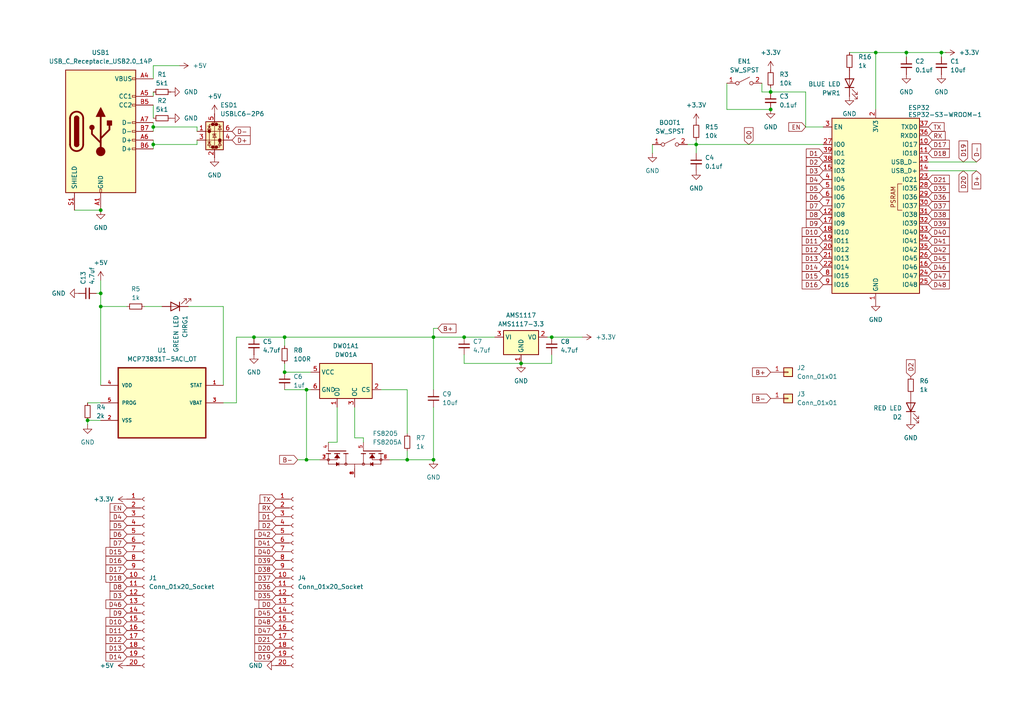
<source format=kicad_sch>
(kicad_sch (version 20231120) (generator "eeschema") (generator_version "8.0")
  (paper "A4")
  (lib_symbols
    (symbol "Battery_Management:DW01A"
      (property "Reference" "U" (at -6.604 6.35 0))
      (property "Value" "DW01A" (at 4.318 6.604 0))
      (symbol "DW01A_0_1"
        (pin output line (at -2.54 -7.62 90) (length 2.54) (name "OD") (number "1"))
        (pin input line (at 10.16 -2.54 180) (length 2.54) (name "CS") (number "2"))
        (pin output line (at 2.54 -7.62 90) (length 2.54) (name "OC") (number "3"))
        (pin power_in line (at -10.16 2.54 0) (length 2.54) (name "VCC") (number "5"))
        (pin power_in line (at -10.16 -2.54 0) (length 2.54) (name "GND") (number "6"))
      )
      (symbol "DW01A_1_1"
        (pin no_connect line (at 10.16 2.54 180) (length 2.54) hide (name "TD") (number "4"))
      )
    )
    (symbol "Connector:Conn_01x20_Socket" (pin_names (offset 1.016) hide)
      (property "Reference" "J" (at 0 25.4 0))
      (property "Value" "Conn_01x20_Socket" (at 0 -27.94 0))
      (symbol "Conn_01x20_Socket_1_1"
        (pin passive line (at -5.08 22.86 0) (length 3.81) (name "Pin_1") (number "1"))
        (pin passive line (at -5.08 0 0) (length 3.81) (name "Pin_10") (number "10"))
        (pin passive line (at -5.08 -2.54 0) (length 3.81) (name "Pin_11") (number "11"))
        (pin passive line (at -5.08 -5.08 0) (length 3.81) (name "Pin_12") (number "12"))
        (pin passive line (at -5.08 -7.62 0) (length 3.81) (name "Pin_13") (number "13"))
        (pin passive line (at -5.08 -10.16 0) (length 3.81) (name "Pin_14") (number "14"))
        (pin passive line (at -5.08 -12.7 0) (length 3.81) (name "Pin_15") (number "15"))
        (pin passive line (at -5.08 -15.24 0) (length 3.81) (name "Pin_16") (number "16"))
        (pin passive line (at -5.08 -17.78 0) (length 3.81) (name "Pin_17") (number "17"))
        (pin passive line (at -5.08 -20.32 0) (length 3.81) (name "Pin_18") (number "18"))
        (pin passive line (at -5.08 -22.86 0) (length 3.81) (name "Pin_19") (number "19"))
        (pin passive line (at -5.08 20.32 0) (length 3.81) (name "Pin_2") (number "2"))
        (pin passive line (at -5.08 -25.4 0) (length 3.81) (name "Pin_20") (number "20"))
        (pin passive line (at -5.08 17.78 0) (length 3.81) (name "Pin_3") (number "3"))
        (pin passive line (at -5.08 15.24 0) (length 3.81) (name "Pin_4") (number "4"))
        (pin passive line (at -5.08 12.7 0) (length 3.81) (name "Pin_5") (number "5"))
        (pin passive line (at -5.08 10.16 0) (length 3.81) (name "Pin_6") (number "6"))
        (pin passive line (at -5.08 7.62 0) (length 3.81) (name "Pin_7") (number "7"))
        (pin passive line (at -5.08 5.08 0) (length 3.81) (name "Pin_8") (number "8"))
        (pin passive line (at -5.08 2.54 0) (length 3.81) (name "Pin_9") (number "9"))
      )
    )
    (symbol "Connector:USB_C_Receptacle_USB2.0_14P" (pin_names (offset 1.016))
      (property "Reference" "J" (at 0 22.225 0))
      (property "Value" "USB_C_Receptacle_USB2.0_14P" (at 0 19.685 0))
      (symbol "USB_C_Receptacle_USB2.0_14P_1_1"
        (pin passive line (at 0 -22.86 90) (length 5.08) (name "GND") (number "A1"))
        (pin passive line (at 0 -22.86 90) (length 5.08) hide (name "GND") (number "A12"))
        (pin passive line (at 15.24 15.24 180) (length 5.08) (name "VBUS") (number "A4"))
        (pin bidirectional line (at 15.24 10.16 180) (length 5.08) (name "CC1") (number "A5"))
        (pin bidirectional line (at 15.24 -2.54 180) (length 5.08) (name "D+") (number "A6"))
        (pin bidirectional line (at 15.24 2.54 180) (length 5.08) (name "D-") (number "A7"))
        (pin passive line (at 15.24 15.24 180) (length 5.08) hide (name "VBUS") (number "A9"))
        (pin passive line (at 0 -22.86 90) (length 5.08) hide (name "GND") (number "B1"))
        (pin passive line (at 0 -22.86 90) (length 5.08) hide (name "GND") (number "B12"))
        (pin passive line (at 15.24 15.24 180) (length 5.08) hide (name "VBUS") (number "B4"))
        (pin bidirectional line (at 15.24 7.62 180) (length 5.08) (name "CC2") (number "B5"))
        (pin bidirectional line (at 15.24 -5.08 180) (length 5.08) (name "D+") (number "B6"))
        (pin bidirectional line (at 15.24 0 180) (length 5.08) (name "D-") (number "B7"))
        (pin passive line (at 15.24 15.24 180) (length 5.08) hide (name "VBUS") (number "B9"))
        (pin passive line (at -7.62 -22.86 90) (length 5.08) (name "SHIELD") (number "S1"))
      )
    )
    (symbol "Connector_Generic:Conn_01x01" (pin_names (offset 1.016) hide)
      (property "Reference" "J" (at 0 2.54 0))
      (property "Value" "Conn_01x01" (at 0 -2.54 0))
      (symbol "Conn_01x01_1_1"
        (pin passive line (at -5.08 0 0) (length 3.81) (name "Pin_1") (number "1"))
      )
    )
    (symbol "Device:C_Small" (pin_numbers hide) (pin_names (offset 0.254) hide)
      (property "Reference" "C" (at 0.254 1.778 0))
      (property "Value" "C_Small" (at 0.254 -2.032 0))
      (symbol "C_Small_1_1"
        (pin passive line (at 0 2.54 270) (length 2.032) (name "~") (number "1"))
        (pin passive line (at 0 -2.54 90) (length 2.032) (name "~") (number "2"))
      )
    )
    (symbol "Device:LED" (pin_numbers hide) (pin_names (offset 1.016) hide)
      (property "Reference" "D" (at 0 2.54 0))
      (property "Value" "LED" (at 0 -2.54 0))
      (symbol "LED_1_1"
        (pin passive line (at -3.81 0 0) (length 2.54) (name "K") (number "1"))
        (pin passive line (at 3.81 0 180) (length 2.54) (name "A") (number "2"))
      )
    )
    (symbol "Device:R_Small" (pin_numbers hide) (pin_names (offset 0.254) hide)
      (property "Reference" "R" (at 0.762 0.508 0))
      (property "Value" "R_Small" (at 0.762 -1.016 0))
      (symbol "R_Small_1_1"
        (pin passive line (at 0 2.54 270) (length 0.762) (name "~") (number "1"))
        (pin passive line (at 0 -2.54 90) (length 0.762) (name "~") (number "2"))
      )
    )
    (symbol "FS8205A:FS8205A" (pin_names (offset 1.016))
      (property "Reference" "Q" (at -11.43 7.62 0))
      (property "Value" "FS8205A" (at -11.43 -12.7 0))
      (symbol "FS8205A_0_0"
        (pin passive line (at 5.08 0 180) (length 2.54) (name "~") (number "1"))
        (pin passive line (at 0 -10.16 90) (length 2.54) (name "~") (number "2"))
        (pin passive line (at 0 -10.16 90) (length 2.54) (name "~") (number "3"))
        (pin passive line (at -5.08 -7.62 0) (length 2.54) (name "~") (number "4"))
        (pin passive line (at -5.08 2.54 0) (length 2.54) (name "~") (number "5"))
        (pin passive line (at 0 10.16 270) (length 2.54) (name "~") (number "6"))
        (pin passive line (at 0 10.16 270) (length 2.54) (name "~") (number "7"))
        (pin passive line (at 5.08 0 180) (length 2.54) (name "~") (number "8"))
      )
    )
    (symbol "MCP73831T-5ACI_OT:MCP73831T-5ACI_OT" (pin_names (offset 1.016))
      (property "Reference" "U" (at -4.1224 10.077 0))
      (property "Value" "MCP73831T-5ACI_OT" (at -5.9587 -17.2139 0))
      (symbol "MCP73831T-5ACI_OT_0_0"
        (pin output line (at 17.78 2.54 180) (length 5.08) (name "STAT") (number "1"))
        (pin power_in line (at -17.78 -7.62 0) (length 5.08) (name "VSS") (number "2"))
        (pin output line (at 17.78 -2.54 180) (length 5.08) (name "VBAT") (number "3"))
        (pin power_in line (at -17.78 2.54 0) (length 5.08) (name "VDD") (number "4"))
        (pin input line (at -17.78 -2.54 0) (length 5.08) (name "PROG") (number "5"))
      )
    )
    (symbol "Power_Protection:USBLC6-2P6" (pin_names hide)
      (property "Reference" "U" (at 0.635 5.715 0))
      (property "Value" "USBLC6-2P6" (at 0.635 3.81 0))
      (symbol "USBLC6-2P6_1_1"
        (pin passive line (at -5.08 0 0) (length 2.54) (name "I/O1") (number "1"))
        (pin passive line (at 0 -7.62 90) (length 2.54) (name "GND") (number "2"))
        (pin passive line (at -5.08 -2.54 0) (length 2.54) (name "I/O2") (number "3"))
        (pin passive line (at 5.08 -2.54 180) (length 2.54) (name "I/O2") (number "4"))
        (pin passive line (at 0 5.08 270) (length 2.54) (name "VBUS") (number "5"))
        (pin passive line (at 5.08 0 180) (length 2.54) (name "I/O1") (number "6"))
      )
    )
    (symbol "RF_Module:ESP32-S3-WROOM-1"
      (property "Reference" "U" (at -12.7 26.67 0))
      (property "Value" "ESP32-S3-WROOM-1" (at 12.7 26.67 0))
      (symbol "ESP32-S3-WROOM-1_0_0"
        (text "PSRAM" (at 5.08 2.54 900) (effects (font (size 1.27 1.27))))
      )
      (symbol "ESP32-S3-WROOM-1_1_1"
        (pin power_in line (at 0 -27.94 90) (length 2.54) (name "GND") (number "1"))
        (pin bidirectional line (at 15.24 17.78 180) (length 2.54) (name "IO17") (number "10"))
        (pin bidirectional line (at 15.24 15.24 180) (length 2.54) (name "IO18") (number "11"))
        (pin bidirectional line (at -15.24 -2.54 0) (length 2.54) (name "IO8") (number "12"))
        (pin bidirectional line (at 15.24 12.7 180) (length 2.54) (name "USB_D-") (number "13"))
        (pin bidirectional line (at 15.24 10.16 180) (length 2.54) (name "USB_D+") (number "14"))
        (pin bidirectional line (at -15.24 10.16 0) (length 2.54) (name "IO3") (number "15"))
        (pin bidirectional line (at 15.24 -17.78 180) (length 2.54) (name "IO46") (number "16"))
        (pin bidirectional line (at -15.24 -5.08 0) (length 2.54) (name "IO9") (number "17"))
        (pin bidirectional line (at -15.24 -7.62 0) (length 2.54) (name "IO10") (number "18"))
        (pin bidirectional line (at -15.24 -10.16 0) (length 2.54) (name "IO11") (number "19"))
        (pin power_in line (at 0 27.94 270) (length 2.54) (name "3V3") (number "2"))
        (pin bidirectional line (at -15.24 -12.7 0) (length 2.54) (name "IO12") (number "20"))
        (pin bidirectional line (at -15.24 -15.24 0) (length 2.54) (name "IO13") (number "21"))
        (pin bidirectional line (at -15.24 -17.78 0) (length 2.54) (name "IO14") (number "22"))
        (pin bidirectional line (at 15.24 7.62 180) (length 2.54) (name "IO21") (number "23"))
        (pin bidirectional line (at 15.24 -20.32 180) (length 2.54) (name "IO47") (number "24"))
        (pin bidirectional line (at 15.24 -22.86 180) (length 2.54) (name "IO48") (number "25"))
        (pin bidirectional line (at 15.24 -15.24 180) (length 2.54) (name "IO45") (number "26"))
        (pin bidirectional line (at -15.24 17.78 0) (length 2.54) (name "IO0") (number "27"))
        (pin bidirectional line (at 15.24 5.08 180) (length 2.54) (name "IO35") (number "28"))
        (pin bidirectional line (at 15.24 2.54 180) (length 2.54) (name "IO36") (number "29"))
        (pin input line (at -15.24 22.86 0) (length 2.54) (name "EN") (number "3"))
        (pin bidirectional line (at 15.24 0 180) (length 2.54) (name "IO37") (number "30"))
        (pin bidirectional line (at 15.24 -2.54 180) (length 2.54) (name "IO38") (number "31"))
        (pin bidirectional line (at 15.24 -5.08 180) (length 2.54) (name "IO39") (number "32"))
        (pin bidirectional line (at 15.24 -7.62 180) (length 2.54) (name "IO40") (number "33"))
        (pin bidirectional line (at 15.24 -10.16 180) (length 2.54) (name "IO41") (number "34"))
        (pin bidirectional line (at 15.24 -12.7 180) (length 2.54) (name "IO42") (number "35"))
        (pin bidirectional line (at 15.24 20.32 180) (length 2.54) (name "RXD0") (number "36"))
        (pin bidirectional line (at 15.24 22.86 180) (length 2.54) (name "TXD0") (number "37"))
        (pin bidirectional line (at -15.24 12.7 0) (length 2.54) (name "IO2") (number "38"))
        (pin bidirectional line (at -15.24 15.24 0) (length 2.54) (name "IO1") (number "39"))
        (pin bidirectional line (at -15.24 7.62 0) (length 2.54) (name "IO4") (number "4"))
        (pin passive line (at 0 -27.94 90) (length 2.54) hide (name "GND") (number "40"))
        (pin passive line (at 0 -27.94 90) (length 2.54) hide (name "GND") (number "41"))
        (pin bidirectional line (at -15.24 5.08 0) (length 2.54) (name "IO5") (number "5"))
        (pin bidirectional line (at -15.24 2.54 0) (length 2.54) (name "IO6") (number "6"))
        (pin bidirectional line (at -15.24 0 0) (length 2.54) (name "IO7") (number "7"))
        (pin bidirectional line (at -15.24 -20.32 0) (length 2.54) (name "IO15") (number "8"))
        (pin bidirectional line (at -15.24 -22.86 0) (length 2.54) (name "IO16") (number "9"))
      )
    )
    (symbol "Regulator_Linear:AMS1117-3.3"
      (property "Reference" "U" (at -3.81 3.175 0))
      (property "Value" "AMS1117-3.3" (at 0 3.175 0))
      (symbol "AMS1117-3.3_1_1"
        (pin power_in line (at 0 -7.62 90) (length 2.54) (name "GND") (number "1"))
        (pin power_out line (at 7.62 0 180) (length 2.54) (name "VO") (number "2"))
        (pin power_in line (at -7.62 0 0) (length 2.54) (name "VI") (number "3"))
      )
    )
    (symbol "Switch:SW_SPST" (pin_names (offset 0) hide)
      (property "Reference" "SW" (at 0 3.175 0))
      (property "Value" "SW_SPST" (at 0 -2.54 0))
      (symbol "SW_SPST_1_1"
        (pin passive line (at -5.08 0 0) (length 2.54) (name "A") (number "1"))
        (pin passive line (at 5.08 0 180) (length 2.54) (name "B") (number "2"))
      )
    )
    (symbol "power:+3.3V" (power) (pin_numbers hide) (pin_names (offset 0) hide)
      (property "Value" "+3.3V" (at 0 3.556 0))
      (symbol "+3.3V_1_1"
        (pin power_in line (at 0 0 90) (length 0) (name "~") (number "1"))
      )
    )
    (symbol "power:+5V" (power) (pin_numbers hide) (pin_names (offset 0) hide)
      (property "Value" "+5V" (at 0 3.556 0))
      (symbol "+5V_1_1"
        (pin power_in line (at 0 0 90) (length 0) (name "~") (number "1"))
      )
    )
    (symbol "power:GND" (power) (pin_numbers hide) (pin_names (offset 0) hide)
      (property "Value" "GND" (at 0 -3.81 0))
      (symbol "GND_1_1"
        (pin power_in line (at 0 0 270) (length 0) (name "~") (number "1"))
      )
    )
  )
  (junction (at 201.93 41.91))
  (junction (at 223.52 26.67))
  (junction (at 44.45 36.83))
  (junction (at 29.21 88.9))
  (junction (at 29.21 85.09))
  (junction (at 262.89 15.24))
  (junction (at 88.9 133.35))
  (junction (at 73.66 97.79))
  (junction (at 273.05 15.24))
  (junction (at 44.45 41.91))
  (junction (at 88.9 113.03))
  (junction (at 223.52 31.75))
  (junction (at 134.62 97.79))
  (junction (at 82.55 97.79))
  (junction (at 29.21 60.96))
  (junction (at 118.11 133.35))
  (junction (at 160.02 97.79))
  (junction (at 151.13 105.41))
  (junction (at 25.4 121.92))
  (junction (at 254 15.24))
  (junction (at 125.73 97.79))
  (junction (at 125.73 133.35))
  (junction (at 82.55 107.95))
  (wire (pts (xy 220.98 26.67) (xy 223.52 26.67)))
  (wire (pts (xy 151.13 105.41) (xy 160.02 105.41)))
  (wire (pts (xy 105.41 127) (xy 105.41 128.27)))
  (wire (pts (xy 210.82 31.75) (xy 223.52 31.75)))
  (wire (pts (xy 273.05 15.24) (xy 273.05 16.51)))
  (wire (pts (xy 54.61 88.9) (xy 64.77 88.9)))
  (wire (pts (xy 57.15 40.64) (xy 57.15 41.91)))
  (wire (pts (xy 201.93 40.64) (xy 201.93 41.91)))
  (wire (pts (xy 97.79 118.11) (xy 97.79 128.27)))
  (wire (pts (xy 44.45 36.83) (xy 44.45 38.1)))
  (wire (pts (xy 82.55 113.03) (xy 88.9 113.03)))
  (wire (pts (xy 201.93 41.91) (xy 201.93 44.45)))
  (wire (pts (xy 29.21 88.9) (xy 29.21 111.76)))
  (wire (pts (xy 25.4 116.84) (xy 29.21 116.84)))
  (wire (pts (xy 210.82 24.13) (xy 210.82 31.75)))
  (wire (pts (xy 44.45 41.91) (xy 57.15 41.91)))
  (wire (pts (xy 118.11 113.03) (xy 118.11 125.73)))
  (wire (pts (xy 233.68 36.83) (xy 233.68 26.67)))
  (wire (pts (xy 29.21 81.28) (xy 29.21 85.09)))
  (wire (pts (xy 223.52 26.67) (xy 233.68 26.67)))
  (wire (pts (xy 57.15 36.83) (xy 57.15 38.1)))
  (wire (pts (xy 44.45 36.83) (xy 57.15 36.83)))
  (wire (pts (xy 220.98 24.13) (xy 220.98 26.67)))
  (wire (pts (xy 158.75 97.79) (xy 160.02 97.79)))
  (wire (pts (xy 233.68 36.83) (xy 238.76 36.83)))
  (wire (pts (xy 254 15.24) (xy 254 31.75)))
  (wire (pts (xy 262.89 15.24) (xy 262.89 16.51)))
  (wire (pts (xy 134.62 97.79) (xy 143.51 97.79)))
  (wire (pts (xy 160.02 97.79) (xy 168.91 97.79)))
  (wire (pts (xy 44.45 22.86) (xy 44.45 19.05)))
  (wire (pts (xy 254 15.24) (xy 262.89 15.24)))
  (wire (pts (xy 29.21 85.09) (xy 29.21 88.9)))
  (wire (pts (xy 134.62 105.41) (xy 151.13 105.41)))
  (wire (pts (xy 44.45 19.05) (xy 52.07 19.05)))
  (wire (pts (xy 44.45 35.56) (xy 44.45 36.83)))
  (wire (pts (xy 246.38 15.24) (xy 254 15.24)))
  (wire (pts (xy 283.21 49.53) (xy 269.24 49.53)))
  (wire (pts (xy 97.79 128.27) (xy 95.25 128.27)))
  (wire (pts (xy 88.9 113.03) (xy 88.9 133.35)))
  (wire (pts (xy 189.23 41.91) (xy 189.23 44.45)))
  (wire (pts (xy 29.21 88.9) (xy 36.83 88.9)))
  (wire (pts (xy 262.89 15.24) (xy 273.05 15.24)))
  (wire (pts (xy 82.55 97.79) (xy 125.73 97.79)))
  (wire (pts (xy 110.49 113.03) (xy 118.11 113.03)))
  (wire (pts (xy 125.73 113.03) (xy 125.73 97.79)))
  (wire (pts (xy 118.11 133.35) (xy 125.73 133.35)))
  (wire (pts (xy 25.4 121.92) (xy 29.21 121.92)))
  (wire (pts (xy 82.55 105.41) (xy 82.55 107.95)))
  (wire (pts (xy 125.73 97.79) (xy 134.62 97.79)))
  (wire (pts (xy 125.73 95.25) (xy 127 95.25)))
  (wire (pts (xy 283.21 46.99) (xy 269.24 46.99)))
  (wire (pts (xy 118.11 130.81) (xy 118.11 133.35)))
  (wire (pts (xy 44.45 41.91) (xy 44.45 43.18)))
  (wire (pts (xy 82.55 107.95) (xy 90.17 107.95)))
  (wire (pts (xy 134.62 102.87) (xy 134.62 105.41)))
  (wire (pts (xy 125.73 97.79) (xy 125.73 95.25)))
  (wire (pts (xy 88.9 113.03) (xy 90.17 113.03)))
  (wire (pts (xy 160.02 105.41) (xy 160.02 102.87)))
  (wire (pts (xy 105.41 127) (xy 102.87 127)))
  (wire (pts (xy 223.52 25.4) (xy 223.52 26.67)))
  (wire (pts (xy 41.91 88.9) (xy 46.99 88.9)))
  (wire (pts (xy 82.55 97.79) (xy 82.55 100.33)))
  (wire (pts (xy 73.66 97.79) (xy 82.55 97.79)))
  (wire (pts (xy 21.59 60.96) (xy 29.21 60.96)))
  (wire (pts (xy 201.93 41.91) (xy 238.76 41.91)))
  (wire (pts (xy 125.73 133.35) (xy 125.73 118.11)))
  (wire (pts (xy 64.77 88.9) (xy 64.77 111.76)))
  (wire (pts (xy 68.58 116.84) (xy 68.58 97.79)))
  (wire (pts (xy 199.39 41.91) (xy 201.93 41.91)))
  (wire (pts (xy 273.05 15.24) (xy 274.32 15.24)))
  (wire (pts (xy 64.77 116.84) (xy 68.58 116.84)))
  (wire (pts (xy 86.36 133.35) (xy 88.9 133.35)))
  (wire (pts (xy 44.45 34.29) (xy 44.45 30.48)))
  (wire (pts (xy 44.45 26.67) (xy 44.45 27.94)))
  (wire (pts (xy 113.03 133.35) (xy 118.11 133.35)))
  (wire (pts (xy 44.45 40.64) (xy 44.45 41.91)))
  (wire (pts (xy 27.94 85.09) (xy 29.21 85.09)))
  (wire (pts (xy 88.9 133.35) (xy 92.71 133.35)))
  (wire (pts (xy 68.58 97.79) (xy 73.66 97.79)))
  (wire (pts (xy 25.4 121.92) (xy 25.4 123.19)))
  (wire (pts (xy 102.87 127) (xy 102.87 118.11)))
  (global_label "D1" (shape input) (at 238.76 44.45 180) (property "Intersheetrefs" "${INTERSHEET_REFS}" (effects (hide yes))))
  (global_label "D38" (shape input) (at 269.24 62.23 0) (property "Intersheetrefs" "${INTERSHEET_REFS}" (effects (hide yes))))
  (global_label "D35" (shape input) (at 80.01 172.72 180) (property "Intersheetrefs" "${INTERSHEET_REFS}" (effects (hide yes))))
  (global_label "D15" (shape input) (at 36.83 160.02 180) (property "Intersheetrefs" "${INTERSHEET_REFS}" (effects (hide yes))))
  (global_label "D11" (shape input) (at 36.83 182.88 180) (property "Intersheetrefs" "${INTERSHEET_REFS}" (effects (hide yes))))
  (global_label "TX" (shape input) (at 80.01 144.78 180) (property "Intersheetrefs" "${INTERSHEET_REFS}" (effects (hide yes))))
  (global_label "B-" (shape input) (at 223.52 115.57 180) (property "Intersheetrefs" "${INTERSHEET_REFS}" (effects (hide yes))))
  (global_label "D15" (shape input) (at 238.76 80.01 180) (property "Intersheetrefs" "${INTERSHEET_REFS}" (effects (hide yes))))
  (global_label "D46" (shape input) (at 269.24 77.47 0) (property "Intersheetrefs" "${INTERSHEET_REFS}" (effects (hide yes))))
  (global_label "D0" (shape input) (at 217.17 41.91 90) (property "Intersheetrefs" "${INTERSHEET_REFS}" (effects (hide yes))))
  (global_label "D8" (shape input) (at 36.83 170.18 180) (property "Intersheetrefs" "${INTERSHEET_REFS}" (effects (hide yes))))
  (global_label "D+" (shape input) (at 67.31 40.64 0) (property "Intersheetrefs" "${INTERSHEET_REFS}" (effects (hide yes))))
  (global_label "D41" (shape input) (at 269.24 69.85 0) (property "Intersheetrefs" "${INTERSHEET_REFS}" (effects (hide yes))))
  (global_label "D39" (shape input) (at 269.24 64.77 0) (property "Intersheetrefs" "${INTERSHEET_REFS}" (effects (hide yes))))
  (global_label "D40" (shape input) (at 269.24 67.31 0) (property "Intersheetrefs" "${INTERSHEET_REFS}" (effects (hide yes))))
  (global_label "D14" (shape input) (at 238.76 77.47 180) (property "Intersheetrefs" "${INTERSHEET_REFS}" (effects (hide yes))))
  (global_label "RX" (shape input) (at 80.01 147.32 180) (property "Intersheetrefs" "${INTERSHEET_REFS}" (effects (hide yes))))
  (global_label "D20" (shape input) (at 80.01 187.96 180) (property "Intersheetrefs" "${INTERSHEET_REFS}" (effects (hide yes))))
  (global_label "D7" (shape input) (at 36.83 157.48 180) (property "Intersheetrefs" "${INTERSHEET_REFS}" (effects (hide yes))))
  (global_label "D19" (shape input) (at 279.4 46.99 90) (property "Intersheetrefs" "${INTERSHEET_REFS}" (effects (hide yes))))
  (global_label "D16" (shape input) (at 36.83 162.56 180) (property "Intersheetrefs" "${INTERSHEET_REFS}" (effects (hide yes))))
  (global_label "D37" (shape input) (at 80.01 167.64 180) (property "Intersheetrefs" "${INTERSHEET_REFS}" (effects (hide yes))))
  (global_label "D42" (shape input) (at 80.01 154.94 180) (property "Intersheetrefs" "${INTERSHEET_REFS}" (effects (hide yes))))
  (global_label "D4" (shape input) (at 238.76 52.07 180) (property "Intersheetrefs" "${INTERSHEET_REFS}" (effects (hide yes))))
  (global_label "D48" (shape input) (at 269.24 82.55 0) (property "Intersheetrefs" "${INTERSHEET_REFS}" (effects (hide yes))))
  (global_label "D2" (shape input) (at 238.76 46.99 180) (property "Intersheetrefs" "${INTERSHEET_REFS}" (effects (hide yes))))
  (global_label "D17" (shape input) (at 269.24 41.91 0) (property "Intersheetrefs" "${INTERSHEET_REFS}" (effects (hide yes))))
  (global_label "D36" (shape input) (at 80.01 170.18 180) (property "Intersheetrefs" "${INTERSHEET_REFS}" (effects (hide yes))))
  (global_label "D13" (shape input) (at 36.83 187.96 180) (property "Intersheetrefs" "${INTERSHEET_REFS}" (effects (hide yes))))
  (global_label "D3" (shape input) (at 238.76 49.53 180) (property "Intersheetrefs" "${INTERSHEET_REFS}" (effects (hide yes))))
  (global_label "D47" (shape input) (at 269.24 80.01 0) (property "Intersheetrefs" "${INTERSHEET_REFS}" (effects (hide yes))))
  (global_label "D18" (shape input) (at 269.24 44.45 0) (property "Intersheetrefs" "${INTERSHEET_REFS}" (effects (hide yes))))
  (global_label "D14" (shape input) (at 36.83 190.5 180) (property "Intersheetrefs" "${INTERSHEET_REFS}" (effects (hide yes))))
  (global_label "D38" (shape input) (at 80.01 165.1 180) (property "Intersheetrefs" "${INTERSHEET_REFS}" (effects (hide yes))))
  (global_label "D1" (shape input) (at 80.01 149.86 180) (property "Intersheetrefs" "${INTERSHEET_REFS}" (effects (hide yes))))
  (global_label "D3" (shape input) (at 36.83 172.72 180) (property "Intersheetrefs" "${INTERSHEET_REFS}" (effects (hide yes))))
  (global_label "D9" (shape input) (at 238.76 64.77 180) (property "Intersheetrefs" "${INTERSHEET_REFS}" (effects (hide yes))))
  (global_label "RX" (shape input) (at 269.24 39.37 0) (property "Intersheetrefs" "${INTERSHEET_REFS}" (effects (hide yes))))
  (global_label "D19" (shape input) (at 80.01 190.5 180) (property "Intersheetrefs" "${INTERSHEET_REFS}" (effects (hide yes))))
  (global_label "D-" (shape input) (at 67.31 38.1 0) (property "Intersheetrefs" "${INTERSHEET_REFS}" (effects (hide yes))))
  (global_label "D10" (shape input) (at 36.83 180.34 180) (property "Intersheetrefs" "${INTERSHEET_REFS}" (effects (hide yes))))
  (global_label "D41" (shape input) (at 80.01 157.48 180) (property "Intersheetrefs" "${INTERSHEET_REFS}" (effects (hide yes))))
  (global_label "B+" (shape input) (at 223.52 107.95 180) (property "Intersheetrefs" "${INTERSHEET_REFS}" (effects (hide yes))))
  (global_label "D40" (shape input) (at 80.01 160.02 180) (property "Intersheetrefs" "${INTERSHEET_REFS}" (effects (hide yes))))
  (global_label "D21" (shape input) (at 269.24 52.07 0) (property "Intersheetrefs" "${INTERSHEET_REFS}" (effects (hide yes))))
  (global_label "D7" (shape input) (at 238.76 59.69 180) (property "Intersheetrefs" "${INTERSHEET_REFS}" (effects (hide yes))))
  (global_label "D2" (shape input) (at 264.16 109.22 90) (property "Intersheetrefs" "${INTERSHEET_REFS}" (effects (hide yes))))
  (global_label "D36" (shape input) (at 269.24 57.15 0) (property "Intersheetrefs" "${INTERSHEET_REFS}" (effects (hide yes))))
  (global_label "EN" (shape input) (at 36.83 147.32 180) (property "Intersheetrefs" "${INTERSHEET_REFS}" (effects (hide yes))))
  (global_label "D35" (shape input) (at 269.24 54.61 0) (property "Intersheetrefs" "${INTERSHEET_REFS}" (effects (hide yes))))
  (global_label "D2" (shape input) (at 80.01 152.4 180) (property "Intersheetrefs" "${INTERSHEET_REFS}" (effects (hide yes))))
  (global_label "B-" (shape input) (at 86.36 133.35 180) (property "Intersheetrefs" "${INTERSHEET_REFS}" (effects (hide yes))))
  (global_label "D5" (shape input) (at 36.83 152.4 180) (property "Intersheetrefs" "${INTERSHEET_REFS}" (effects (hide yes))))
  (global_label "D48" (shape input) (at 80.01 180.34 180) (property "Intersheetrefs" "${INTERSHEET_REFS}" (effects (hide yes))))
  (global_label "D6" (shape input) (at 36.83 154.94 180) (property "Intersheetrefs" "${INTERSHEET_REFS}" (effects (hide yes))))
  (global_label "D20" (shape input) (at 279.4 49.53 270) (property "Intersheetrefs" "${INTERSHEET_REFS}" (effects (hide yes))))
  (global_label "D4" (shape input) (at 36.83 149.86 180) (property "Intersheetrefs" "${INTERSHEET_REFS}" (effects (hide yes))))
  (global_label "D21" (shape input) (at 80.01 185.42 180) (property "Intersheetrefs" "${INTERSHEET_REFS}" (effects (hide yes))))
  (global_label "D18" (shape input) (at 36.83 167.64 180) (property "Intersheetrefs" "${INTERSHEET_REFS}" (effects (hide yes))))
  (global_label "D17" (shape input) (at 36.83 165.1 180) (property "Intersheetrefs" "${INTERSHEET_REFS}" (effects (hide yes))))
  (global_label "EN" (shape input) (at 233.68 36.83 180) (property "Intersheetrefs" "${INTERSHEET_REFS}" (effects (hide yes))))
  (global_label "D9" (shape input) (at 36.83 177.8 180) (property "Intersheetrefs" "${INTERSHEET_REFS}" (effects (hide yes))))
  (global_label "D0" (shape input) (at 80.01 175.26 180) (property "Intersheetrefs" "${INTERSHEET_REFS}" (effects (hide yes))))
  (global_label "D45" (shape input) (at 80.01 177.8 180) (property "Intersheetrefs" "${INTERSHEET_REFS}" (effects (hide yes))))
  (global_label "D12" (shape input) (at 238.76 72.39 180) (property "Intersheetrefs" "${INTERSHEET_REFS}" (effects (hide yes))))
  (global_label "D39" (shape input) (at 80.01 162.56 180) (property "Intersheetrefs" "${INTERSHEET_REFS}" (effects (hide yes))))
  (global_label "D-" (shape input) (at 283.21 46.99 90) (property "Intersheetrefs" "${INTERSHEET_REFS}" (effects (hide yes))))
  (global_label "D+" (shape input) (at 283.21 49.53 270) (property "Intersheetrefs" "${INTERSHEET_REFS}" (effects (hide yes))))
  (global_label "D10" (shape input) (at 238.76 67.31 180) (property "Intersheetrefs" "${INTERSHEET_REFS}" (effects (hide yes))))
  (global_label "D5" (shape input) (at 238.76 54.61 180) (property "Intersheetrefs" "${INTERSHEET_REFS}" (effects (hide yes))))
  (global_label "D42" (shape input) (at 269.24 72.39 0) (property "Intersheetrefs" "${INTERSHEET_REFS}" (effects (hide yes))))
  (global_label "D8" (shape input) (at 238.76 62.23 180) (property "Intersheetrefs" "${INTERSHEET_REFS}" (effects (hide yes))))
  (global_label "D37" (shape input) (at 269.24 59.69 0) (property "Intersheetrefs" "${INTERSHEET_REFS}" (effects (hide yes))))
  (global_label "D12" (shape input) (at 36.83 185.42 180) (property "Intersheetrefs" "${INTERSHEET_REFS}" (effects (hide yes))))
  (global_label "D11" (shape input) (at 238.76 69.85 180) (property "Intersheetrefs" "${INTERSHEET_REFS}" (effects (hide yes))))
  (global_label "D46" (shape input) (at 36.83 175.26 180) (property "Intersheetrefs" "${INTERSHEET_REFS}" (effects (hide yes))))
  (global_label "D6" (shape input) (at 238.76 57.15 180) (property "Intersheetrefs" "${INTERSHEET_REFS}" (effects (hide yes))))
  (global_label "B+" (shape input) (at 127 95.25 0) (property "Intersheetrefs" "${INTERSHEET_REFS}" (effects (hide yes))))
  (global_label "D47" (shape input) (at 80.01 182.88 180) (property "Intersheetrefs" "${INTERSHEET_REFS}" (effects (hide yes))))
  (global_label "D13" (shape input) (at 238.76 74.93 180) (property "Intersheetrefs" "${INTERSHEET_REFS}" (effects (hide yes))))
  (global_label "D45" (shape input) (at 269.24 74.93 0) (property "Intersheetrefs" "${INTERSHEET_REFS}" (effects (hide yes))))
  (global_label "D16" (shape input) (at 238.76 82.55 180) (property "Intersheetrefs" "${INTERSHEET_REFS}" (effects (hide yes))))
  (global_label "TX" (shape input) (at 269.24 36.83 0) (property "Intersheetrefs" "${INTERSHEET_REFS}" (effects (hide yes))))
  (symbol (lib_id "power:+3.3V") (at 168.91 97.79 270) (unit 1)
    (property "Reference" "#PWR024" (effects (hide yes)))
    (property "Value" "+3.3V" (at 172.72 97.7899 90) (effects (justify left)))
    (property "Description" "Power symbol creates a global label with name \"+3.3V\"" (effects (hide yes)))
  )
  (symbol (lib_id "power:GND") (at 151.13 105.41 0) (unit 1)
    (property "Reference" "#PWR021" (effects (hide yes)))
    (property "Value" "GND" (at 151.13 110.49 0))
    (property "Description" "Power symbol creates a global label with name \"GND\" , ground" (effects (hide yes)))
  )
  (symbol (lib_id "RF_Module:ESP32-S3-WROOM-1") (at 254 59.69 0) (unit 1)
    (property "Reference" "ESP32" (at 263.398 31.242 0) (effects (justify left)))
    (property "Value" "ESP32-S3-WROOM-1" (at 263.398 33.274 0) (effects (justify left)))
    (property "Footprint" "RF_Module:ESP32-S3-WROOM-1" (effects (hide yes)))
    (property "Datasheet" "https://www.espressif.com/sites/default/files/documentation/esp32-s3-wroom-1_wroom-1u_datasheet_en.pdf" (effects (hide yes)))
    (property "Description" "RF Module, ESP32-S3 SoC, Wi-Fi 802.11b/g/n, Bluetooth, BLE, 32-bit, 3.3V, onboard antenna, SMD" (effects (hide yes)))
  )
  (symbol (lib_id "Switch:SW_SPST") (at 215.9 24.13 0) (unit 1)
    (property "Reference" "EN1" (at 215.9 17.78 0))
    (property "Value" "SW_SPST" (at 215.9 20.32 0))
    (property "Footprint" "Button_Switch_SMD:SW_Push_SPST_NO_Alps_SKRK" (effects (hide yes)))
    (property "Description" "Single Pole Single Throw (SPST) switch" (effects (hide yes)))
  )
  (symbol (lib_id "power:+5V") (at 29.21 81.28 0) (unit 1)
    (property "Reference" "#PWR017" (effects (hide yes)))
    (property "Value" "+5V" (at 29.21 76.2 0))
    (property "Description" "Power symbol creates a global label with name \"+5V\"" (effects (hide yes)))
  )
  (symbol (lib_id "power:+5V") (at 36.83 193.04 90) (unit 1)
    (property "Reference" "#PWR025" (effects (hide yes)))
    (property "Value" "+5V" (at 33.02 193.0399 90) (effects (justify left)))
    (property "Description" "Power symbol creates a global label with name \"+5V\"" (effects (hide yes)))
  )
  (symbol (lib_id "power:GND") (at 254 87.63 0) (unit 1)
    (property "Reference" "#PWR08" (effects (hide yes)))
    (property "Value" "GND" (at 254 92.71 0))
    (property "Description" "Power symbol creates a global label with name \"GND\" , ground" (effects (hide yes)))
  )
  (symbol (lib_id "power:GND") (at 73.66 102.87 0) (unit 1)
    (property "Reference" "#PWR016" (effects (hide yes)))
    (property "Value" "GND" (at 73.66 107.95 0))
    (property "Description" "Power symbol creates a global label with name \"GND\" , ground" (effects (hide yes)))
  )
  (symbol (lib_id "power:GND") (at 49.53 34.29 90) (unit 1)
    (property "Reference" "#PWR03" (effects (hide yes)))
    (property "Value" "GND" (at 53.34 34.2899 90) (effects (justify right)))
    (property "Description" "Power symbol creates a global label with name \"GND\" , ground" (effects (hide yes)))
  )
  (symbol (lib_id "Device:C_Small") (at 201.93 46.99 0) (unit 1)
    (property "Reference" "C4" (at 204.47 45.7262 0) (effects (justify left)))
    (property "Value" "0.1uf" (at 204.47 48.2662 0) (effects (justify left)))
    (property "Footprint" "Capacitor_SMD:C_0402_1005Metric" (effects (hide yes)))
    (property "Description" "Unpolarized capacitor, small symbol" (effects (hide yes)))
  )
  (symbol (lib_id "Connector:Conn_01x20_Socket") (at 85.09 167.64 0) (unit 1)
    (property "Reference" "J4" (at 86.36 167.6399 0) (effects (justify left)))
    (property "Value" "Conn_01x20_Socket" (at 86.36 170.1799 0) (effects (justify left)))
    (property "Footprint" "Connector_PinSocket_2.54mm:PinSocket_1x20_P2.54mm_Vertical" (effects (hide yes)))
    (property "Description" "Generic connector, single row, 01x20, script generated" (effects (hide yes)))
  )
  (symbol (lib_id "power:GND") (at 29.21 60.96 0) (unit 1)
    (property "Reference" "#PWR01" (effects (hide yes)))
    (property "Value" "GND" (at 29.21 66.04 0))
    (property "Description" "Power symbol creates a global label with name \"GND\" , ground" (effects (hide yes)))
  )
  (symbol (lib_id "Connector_Generic:Conn_01x01") (at 228.6 115.57 0) (unit 1)
    (property "Reference" "J3" (at 231.14 114.2999 0) (effects (justify left)))
    (property "Value" "Conn_01x01" (at 231.14 116.8399 0) (effects (justify left)))
    (property "Footprint" "Connector_Wire:SolderWire-0.1sqmm_1x01_D0.4mm_OD1mm" (effects (hide yes)))
    (property "Description" "Generic connector, single row, 01x01, script generated (kicad-library-utils/schlib/autogen/connector/)" (effects (hide yes)))
  )
  (symbol (lib_id "Device:R_Small") (at 46.99 34.29 90) (unit 1)
    (property "Reference" "R2" (at 46.99 29.21 90))
    (property "Value" "5k1" (at 46.99 31.75 90))
    (property "Footprint" "Resistor_SMD:R_0402_1005Metric" (effects (hide yes)))
    (property "Description" "Resistor, small symbol" (effects (hide yes)))
  )
  (symbol (lib_id "power:+5V") (at 52.07 19.05 270) (unit 1)
    (property "Reference" "#PWR04" (effects (hide yes)))
    (property "Value" "+5V" (at 55.88 19.0499 90) (effects (justify left)))
    (property "Description" "Power symbol creates a global label with name \"+5V\"" (effects (hide yes)))
  )
  (symbol (lib_id "power:+3.3V") (at 201.93 35.56 0) (unit 1)
    (property "Reference" "#PWR031" (effects (hide yes)))
    (property "Value" "+3.3V" (at 201.93 30.48 0))
    (property "Description" "Power symbol creates a global label with name \"+3.3V\"" (effects (hide yes)))
  )
  (symbol (lib_id "Connector:USB_C_Receptacle_USB2.0_14P") (at 29.21 38.1 0) (unit 1)
    (property "Reference" "USB1" (at 29.21 15.24 0))
    (property "Value" "USB_C_Receptacle_USB2.0_14P" (at 29.21 17.78 0))
    (property "Footprint" "Connector_USB:USB_C_Receptacle_GCT_USB4105-xx-A_16P_TopMnt_Horizontal" (effects (hide yes)))
    (property "Datasheet" "https://www.usb.org/sites/default/files/documents/usb_type-c.zip" (effects (hide yes)))
    (property "Description" "USB 2.0-only 14P Type-C Receptacle connector" (effects (hide yes)))
  )
  (symbol (lib_id "power:GND") (at 246.38 27.94 0) (unit 1)
    (property "Reference" "#PWR035" (effects (hide yes)))
    (property "Value" "GND" (at 246.38 33.02 0))
    (property "Description" "Power symbol creates a global label with name \"GND\" , ground" (effects (hide yes)))
  )
  (symbol (lib_id "power:GND") (at 223.52 31.75 0) (unit 1)
    (property "Reference" "#PWR012" (effects (hide yes)))
    (property "Value" "GND" (at 223.52 36.83 0))
    (property "Description" "Power symbol creates a global label with name \"GND\" , ground" (effects (hide yes)))
  )
  (symbol (lib_id "Device:R_Small") (at 39.37 88.9 270) (unit 1)
    (property "Reference" "R5" (at 39.37 83.82 90))
    (property "Value" "1k" (at 39.37 86.36 90))
    (property "Footprint" "Resistor_SMD:R_0402_1005Metric" (effects (hide yes)))
    (property "Description" "Resistor, small symbol" (effects (hide yes)))
  )
  (symbol (lib_id "power:GND") (at 80.01 193.04 270) (unit 1)
    (property "Reference" "#PWR026" (effects (hide yes)))
    (property "Value" "GND" (at 76.2 193.0399 90) (effects (justify right)))
    (property "Description" "Power symbol creates a global label with name \"GND\" , ground" (effects (hide yes)))
  )
  (symbol (lib_id "Power_Protection:USBLC6-2P6") (at 62.23 38.1 0) (unit 1)
    (property "Reference" "ESD1" (at 63.8811 30.48 0) (effects (justify left)))
    (property "Value" "USBLC6-2P6" (at 63.8811 33.02 0) (effects (justify left)))
    (property "Footprint" "Package_TO_SOT_SMD:SOT-666" (effects (hide yes)))
    (property "Datasheet" "https://www.st.com/resource/en/datasheet/usblc6-2.pdf" (effects (hide yes)))
    (property "Description" "Very low capacitance ESD protection diode, 2 data-line, SOT-666" (effects (hide yes)))
  )
  (symbol (lib_id "Device:C_Small") (at 25.4 85.09 90) (unit 1)
    (property "Reference" "C13" (at 24.1362 82.55 0) (effects (justify left)))
    (property "Value" "4.7uf" (at 26.6762 82.55 0) (effects (justify left)))
    (property "Footprint" "Capacitor_SMD:C_0603_1608Metric" (effects (hide yes)))
    (property "Description" "Unpolarized capacitor, small symbol" (effects (hide yes)))
  )
  (symbol (lib_id "power:GND") (at 262.89 21.59 0) (unit 1)
    (property "Reference" "#PWR09" (effects (hide yes)))
    (property "Value" "GND" (at 262.89 26.67 0))
    (property "Description" "Power symbol creates a global label with name \"GND\" , ground" (effects (hide yes)))
  )
  (symbol (lib_id "Device:R_Small") (at 223.52 22.86 0) (unit 1)
    (property "Reference" "R3" (at 226.06 21.5899 0) (effects (justify left)))
    (property "Value" "10k" (at 226.06 24.1299 0) (effects (justify left)))
    (property "Footprint" "Resistor_SMD:R_0805_2012Metric" (effects (hide yes)))
    (property "Description" "Resistor, small symbol" (effects (hide yes)))
  )
  (symbol (lib_id "Device:R_Small") (at 25.4 119.38 180) (unit 1)
    (property "Reference" "R4" (at 27.94 118.1099 0) (effects (justify right)))
    (property "Value" "2k" (at 27.94 120.6499 0) (effects (justify right)))
    (property "Footprint" "Resistor_SMD:R_0402_1005Metric" (effects (hide yes)))
    (property "Description" "Resistor, small symbol" (effects (hide yes)))
  )
  (symbol (lib_id "power:GND") (at 189.23 44.45 0) (unit 1)
    (property "Reference" "#PWR013" (effects (hide yes)))
    (property "Value" "GND" (at 189.23 49.53 0))
    (property "Description" "Power symbol creates a global label with name \"GND\" , ground" (effects (hide yes)))
  )
  (symbol (lib_id "Device:C_Small") (at 82.55 110.49 0) (unit 1)
    (property "Reference" "C6" (at 85.09 109.2262 0) (effects (justify left)))
    (property "Value" "1uf" (at 85.09 111.7662 0) (effects (justify left)))
    (property "Footprint" "Capacitor_SMD:C_0402_1005Metric" (effects (hide yes)))
    (property "Description" "Unpolarized capacitor, small symbol" (effects (hide yes)))
  )
  (symbol (lib_id "power:GND") (at 22.86 85.09 270) (unit 1)
    (property "Reference" "#PWR018" (effects (hide yes)))
    (property "Value" "GND" (at 19.05 85.0899 90) (effects (justify right)))
    (property "Description" "Power symbol creates a global label with name \"GND\" , ground" (effects (hide yes)))
  )
  (symbol (lib_id "power:GND") (at 62.23 45.72 0) (unit 1)
    (property "Reference" "#PWR06" (effects (hide yes)))
    (property "Value" "GND" (at 62.23 50.8 0))
    (property "Description" "Power symbol creates a global label with name \"GND\" , ground" (effects (hide yes)))
  )
  (symbol (lib_id "power:GND") (at 49.53 26.67 90) (unit 1)
    (property "Reference" "#PWR02" (effects (hide yes)))
    (property "Value" "GND" (at 53.34 26.6699 90) (effects (justify right)))
    (property "Description" "Power symbol creates a global label with name \"GND\" , ground" (effects (hide yes)))
  )
  (symbol (lib_id "Device:R_Small") (at 246.38 17.78 0) (unit 1)
    (property "Reference" "R16" (at 248.92 16.5099 0) (effects (justify left)))
    (property "Value" "1k" (at 248.92 19.0499 0) (effects (justify left)))
    (property "Footprint" "Resistor_SMD:R_0402_1005Metric" (effects (hide yes)))
    (property "Description" "Resistor, small symbol" (effects (hide yes)))
  )
  (symbol (lib_id "Switch:SW_SPST") (at 194.31 41.91 0) (unit 1)
    (property "Reference" "BOOT1" (at 194.31 35.56 0))
    (property "Value" "SW_SPST" (at 194.31 38.1 0))
    (property "Footprint" "Button_Switch_SMD:SW_Push_SPST_NO_Alps_SKRK" (effects (hide yes)))
    (property "Description" "Single Pole Single Throw (SPST) switch" (effects (hide yes)))
  )
  (symbol (lib_id "power:GND") (at 264.16 121.92 0) (unit 1)
    (property "Reference" "#PWR027" (effects (hide yes)))
    (property "Value" "GND" (at 264.16 127 0))
    (property "Description" "Power symbol creates a global label with name \"GND\" , ground" (effects (hide yes)))
  )
  (symbol (lib_id "power:+5V") (at 62.23 33.02 0) (unit 1)
    (property "Reference" "#PWR05" (effects (hide yes)))
    (property "Value" "+5V" (at 62.23 27.94 0))
    (property "Description" "Power symbol creates a global label with name \"+5V\"" (effects (hide yes)))
  )
  (symbol (lib_id "power:+3.3V") (at 223.52 20.32 0) (unit 1)
    (property "Reference" "#PWR011" (effects (hide yes)))
    (property "Value" "+3.3V" (at 223.52 15.24 0))
    (property "Description" "Power symbol creates a global label with name \"+3.3V\"" (effects (hide yes)))
  )
  (symbol (lib_id "Battery_Management:DW01A") (at 100.33 110.49 0) (unit 1)
    (property "Reference" "DW01A1" (at 100.33 100.33 0))
    (property "Value" "DW01A" (at 100.33 102.87 0))
    (property "Footprint" "Package_TO_SOT_SMD:SOT-23-6" (effects (hide yes)))
    (property "Datasheet" "https://hmsemi.com/downfile/DW01A.PDF" (effects (hide yes)))
    (property "Description" "Overcharge, overcurrent and overdischarge protection IC for single cell lithium-ion/polymer battery" (effects (hide yes)))
  )
  (symbol (lib_id "Device:LED") (at 246.38 24.13 90) (unit 1)
    (property "Reference" "PWR1" (at 243.84 26.9876 90) (effects (justify left)))
    (property "Value" "BLUE LED" (at 243.84 24.384 90) (effects (justify left)))
    (property "Footprint" "LED_SMD:LED_0603_1608Metric" (effects (hide yes)))
    (property "Description" "Light emitting diode" (effects (hide yes)))
  )
  (symbol (lib_id "power:GND") (at 201.93 49.53 0) (unit 1)
    (property "Reference" "#PWR014" (effects (hide yes)))
    (property "Value" "GND" (at 201.93 54.61 0))
    (property "Description" "Power symbol creates a global label with name \"GND\" , ground" (effects (hide yes)))
  )
  (symbol (lib_id "power:+3.3V") (at 274.32 15.24 270) (unit 1)
    (property "Reference" "#PWR07" (effects (hide yes)))
    (property "Value" "+3.3V" (at 278.13 15.2399 90) (effects (justify left)))
    (property "Description" "Power symbol creates a global label with name \"+3.3V\"" (effects (hide yes)))
  )
  (symbol (lib_id "Device:LED") (at 50.8 88.9 180) (unit 1)
    (property "Reference" "CHRG1" (at 53.6576 91.44 90) (effects (justify left)))
    (property "Value" "GREEN LED" (at 51.054 91.44 90) (effects (justify left)))
    (property "Footprint" "LED_SMD:LED_0603_1608Metric" (effects (hide yes)))
    (property "Description" "Light emitting diode" (effects (hide yes)))
  )
  (symbol (lib_id "Device:C_Small") (at 73.66 100.33 0) (unit 1)
    (property "Reference" "C5" (at 76.2 99.0662 0) (effects (justify left)))
    (property "Value" "4.7uf" (at 76.2 101.6062 0) (effects (justify left)))
    (property "Footprint" "Capacitor_SMD:C_0603_1608Metric" (effects (hide yes)))
    (property "Description" "Unpolarized capacitor, small symbol" (effects (hide yes)))
  )
  (symbol (lib_id "power:GND") (at 125.73 133.35 0) (unit 1)
    (property "Reference" "#PWR020" (effects (hide yes)))
    (property "Value" "GND" (at 125.73 138.43 0))
    (property "Description" "Power symbol creates a global label with name \"GND\" , ground" (effects (hide yes)))
  )
  (symbol (lib_id "Device:R_Small") (at 201.93 38.1 0) (unit 1)
    (property "Reference" "R15" (at 204.47 36.8299 0) (effects (justify left)))
    (property "Value" "10k" (at 204.47 39.3699 0) (effects (justify left)))
    (property "Footprint" "Resistor_SMD:R_0805_2012Metric" (effects (hide yes)))
    (property "Description" "Resistor, small symbol" (effects (hide yes)))
  )
  (symbol (lib_id "FS8205A:FS8205A") (at 102.87 133.35 270) (unit 1)
    (property "Reference" "FS8205" (at 108.0771 125.73 90) (effects (justify left)))
    (property "Value" "FS8205A" (at 108.0771 128.27 90) (effects (justify left)))
    (property "Footprint" "FS8205A:SOP65P640X120-8N" (effects (hide yes)))
    (property "MF" "Fortune Semiconductor" (effects (hide yes)))
    (property "MAXIMUM_PACKAGE_HEIGHT" "1.2mm" (effects (hide yes)))
    (property "Package" "Package" (effects (hide yes)))
    (property "Price" "None" (effects (hide yes)))
    (property "Check_prices" "https://www.snapeda.com/parts/FS8205A/Fortune+Semiconductor/view-part/?ref=eda" (effects (hide yes)))
    (property "STANDARD" "IPC 7351B" (effects (hide yes)))
    (property "PARTREV" "1.7" (effects (hide yes)))
    (property "SnapEDA_Link" "https://www.snapeda.com/parts/FS8205A/Fortune+Semiconductor/view-part/?ref=snap" (effects (hide yes)))
    (property "MP" "FS8205A" (effects (hide yes)))
    (property "Description_1" "\n                        \n                            \n                        \n" (effects (hide yes)))
    (property "Availability" "In Stock" (effects (hide yes)))
    (property "MANUFACTURER" "Fortune Semiconductor" (effects (hide yes)))
  )
  (symbol (lib_id "Device:R_Small") (at 118.11 128.27 0) (unit 1)
    (property "Reference" "R7" (at 120.65 126.9999 0) (effects (justify left)))
    (property "Value" "1k" (at 120.65 129.5399 0) (effects (justify left)))
    (property "Footprint" "Resistor_SMD:R_0402_1005Metric" (effects (hide yes)))
    (property "Description" "Resistor, small symbol" (effects (hide yes)))
  )
  (symbol (lib_id "MCP73831T-5ACI_OT:MCP73831T-5ACI_OT") (at 46.99 114.3 0) (unit 1)
    (property "Reference" "U1" (at 46.99 101.6 0))
    (property "Value" "MCP73831T-5ACI_OT" (at 46.99 104.14 0))
    (property "Footprint" "MCP73831T-5ACI_OT:SOT95P280X145-5N" (effects (hide yes)))
    (property "MF" "Microchip Technology" (effects (hide yes)))
    (property "Description_1" "\n                        \n                            Tiny Integrated Li-Ion/Li-Poly Charge mgnt controller, 4.5V Vreg out | Microchip Technology Inc. MCP73831T-5ACI/OT\n                        \n" (effects (hide yes)))
    (property "PACKAGE" "SOT-5" (effects (hide yes)))
    (property "MPN" "MCP73831T-5ACI/OT" (effects (hide yes)))
    (property "Price" "None" (effects (hide yes)))
    (property "Package" "SOT-23-5 Microchip" (effects (hide yes)))
    (property "OC_FARNELL" "1332158" (effects (hide yes)))
    (property "SnapEDA_Link" "https://www.snapeda.com/parts/MCP73831T-5ACI/OT/Microchip/view-part/?ref=snap" (effects (hide yes)))
    (property "MP" "MCP73831T-5ACI/OT" (effects (hide yes)))
    (property "SUPPLIER" "Microchip" (effects (hide yes)))
    (property "OC_NEWARK" "56K7045" (effects (hide yes)))
    (property "Availability" "In Stock" (effects (hide yes)))
    (property "Check_prices" "https://www.snapeda.com/parts/MCP73831T-5ACI/OT/Microchip/view-part/?ref=eda" (effects (hide yes)))
  )
  (symbol (lib_id "power:GND") (at 273.05 21.59 0) (unit 1)
    (property "Reference" "#PWR010" (effects (hide yes)))
    (property "Value" "GND" (at 273.05 26.67 0))
    (property "Description" "Power symbol creates a global label with name \"GND\" , ground" (effects (hide yes)))
  )
  (symbol (lib_id "Device:C_Small") (at 273.05 19.05 0) (unit 1)
    (property "Reference" "C1" (at 275.59 17.7862 0) (effects (justify left)))
    (property "Value" "10uf" (at 275.59 20.3262 0) (effects (justify left)))
    (property "Footprint" "Capacitor_SMD:C_0603_1608Metric" (effects (hide yes)))
    (property "Description" "Unpolarized capacitor, small symbol" (effects (hide yes)))
  )
  (symbol (lib_id "power:+3.3V") (at 36.83 144.78 90) (unit 1)
    (property "Reference" "#PWR019" (effects (hide yes)))
    (property "Value" "+3.3V" (at 33.02 144.7799 90) (effects (justify left)))
    (property "Description" "Power symbol creates a global label with name \"+3.3V\"" (effects (hide yes)))
  )
  (symbol (lib_id "Device:R_Small") (at 82.55 102.87 180) (unit 1)
    (property "Reference" "R8" (at 85.09 101.5999 0) (effects (justify right)))
    (property "Value" "100R" (at 85.09 104.1399 0) (effects (justify right)))
    (property "Footprint" "Resistor_SMD:R_0402_1005Metric" (effects (hide yes)))
    (property "Description" "Resistor, small symbol" (effects (hide yes)))
  )
  (symbol (lib_id "Device:C_Small") (at 134.62 100.33 0) (unit 1)
    (property "Reference" "C7" (at 137.16 99.0662 0) (effects (justify left)))
    (property "Value" "4.7uf" (at 137.16 101.6062 0) (effects (justify left)))
    (property "Footprint" "Capacitor_SMD:C_0603_1608Metric" (effects (hide yes)))
    (property "Description" "Unpolarized capacitor, small symbol" (effects (hide yes)))
  )
  (symbol (lib_id "Device:C_Small") (at 223.52 29.21 0) (unit 1)
    (property "Reference" "C3" (at 226.06 27.9462 0) (effects (justify left)))
    (property "Value" "0.1uf" (at 226.06 30.4862 0) (effects (justify left)))
    (property "Footprint" "Capacitor_SMD:C_0402_1005Metric" (effects (hide yes)))
    (property "Description" "Unpolarized capacitor, small symbol" (effects (hide yes)))
  )
  (symbol (lib_id "power:GND") (at 25.4 123.19 0) (unit 1)
    (property "Reference" "#PWR015" (effects (hide yes)))
    (property "Value" "GND" (at 25.4 128.27 0))
    (property "Description" "Power symbol creates a global label with name \"GND\" , ground" (effects (hide yes)))
  )
  (symbol (lib_id "Device:C_Small") (at 125.73 115.57 180) (unit 1)
    (property "Reference" "C9" (at 128.27 114.2935 0) (effects (justify right)))
    (property "Value" "10uf" (at 128.27 116.8335 0) (effects (justify right)))
    (property "Footprint" "Capacitor_SMD:C_0603_1608Metric" (effects (hide yes)))
    (property "Description" "Unpolarized capacitor, small symbol" (effects (hide yes)))
  )
  (symbol (lib_id "Connector_Generic:Conn_01x01") (at 228.6 107.95 0) (unit 1)
    (property "Reference" "J2" (at 231.14 106.6799 0) (effects (justify left)))
    (property "Value" "Conn_01x01" (at 231.14 109.2199 0) (effects (justify left)))
    (property "Footprint" "Connector_Wire:SolderWire-0.1sqmm_1x01_D0.4mm_OD1mm" (effects (hide yes)))
    (property "Description" "Generic connector, single row, 01x01, script generated (kicad-library-utils/schlib/autogen/connector/)" (effects (hide yes)))
  )
  (symbol (lib_id "Device:C_Small") (at 262.89 19.05 0) (unit 1)
    (property "Reference" "C2" (at 265.43 17.7862 0) (effects (justify left)))
    (property "Value" "0.1uf" (at 265.43 20.3262 0) (effects (justify left)))
    (property "Footprint" "Capacitor_SMD:C_0402_1005Metric" (effects (hide yes)))
    (property "Description" "Unpolarized capacitor, small symbol" (effects (hide yes)))
  )
  (symbol (lib_id "Device:C_Small") (at 160.02 100.33 0) (unit 1)
    (property "Reference" "C8" (at 162.56 99.0662 0) (effects (justify left)))
    (property "Value" "4.7uf" (at 162.56 101.6062 0) (effects (justify left)))
    (property "Footprint" "Capacitor_SMD:C_0603_1608Metric" (effects (hide yes)))
    (property "Description" "Unpolarized capacitor, small symbol" (effects (hide yes)))
  )
  (symbol (lib_id "Device:R_Small") (at 46.99 26.67 90) (unit 1)
    (property "Reference" "R1" (at 46.99 21.59 90))
    (property "Value" "5k1" (at 46.99 24.13 90))
    (property "Footprint" "Resistor_SMD:R_0402_1005Metric" (effects (hide yes)))
    (property "Description" "Resistor, small symbol" (effects (hide yes)))
  )
  (symbol (lib_id "Connector:Conn_01x20_Socket") (at 41.91 167.64 0) (unit 1)
    (property "Reference" "J1" (at 43.18 167.6399 0) (effects (justify left)))
    (property "Value" "Conn_01x20_Socket" (at 43.18 170.1799 0) (effects (justify left)))
    (property "Footprint" "Connector_PinSocket_2.54mm:PinSocket_1x20_P2.54mm_Vertical" (effects (hide yes)))
    (property "Description" "Generic connector, single row, 01x20, script generated" (effects (hide yes)))
  )
  (symbol (lib_id "Device:LED") (at 264.16 118.11 90) (unit 1)
    (property "Reference" "D2" (at 261.62 120.9676 90) (effects (justify left)))
    (property "Value" "RED LED" (at 261.62 118.364 90) (effects (justify left)))
    (property "Footprint" "LED_SMD:LED_0603_1608Metric" (effects (hide yes)))
    (property "Description" "Light emitting diode" (effects (hide yes)))
  )
  (symbol (lib_id "Device:R_Small") (at 264.16 111.76 0) (unit 1)
    (property "Reference" "R6" (at 266.7 110.4899 0) (effects (justify left)))
    (property "Value" "1k" (at 266.7 113.0299 0) (effects (justify left)))
    (property "Footprint" "Resistor_SMD:R_0402_1005Metric" (effects (hide yes)))
    (property "Description" "Resistor, small symbol" (effects (hide yes)))
  )
  (symbol (lib_id "Regulator_Linear:AMS1117-3.3") (at 151.13 97.79 0) (unit 1)
    (property "Reference" "AMS1117" (at 151.13 91.44 0))
    (property "Value" "AMS1117-3.3" (at 151.13 93.98 0))
    (property "Footprint" "Package_TO_SOT_SMD:SOT-223-3_TabPin2" (effects (hide yes)))
    (property "Datasheet" "http://www.advanced-monolithic.com/pdf/ds1117.pdf" (effects (hide yes)))
    (property "Description" "1A Low Dropout regulator, positive, 3.3V fixed output, SOT-223" (effects (hide yes)))
  )
)
</source>
